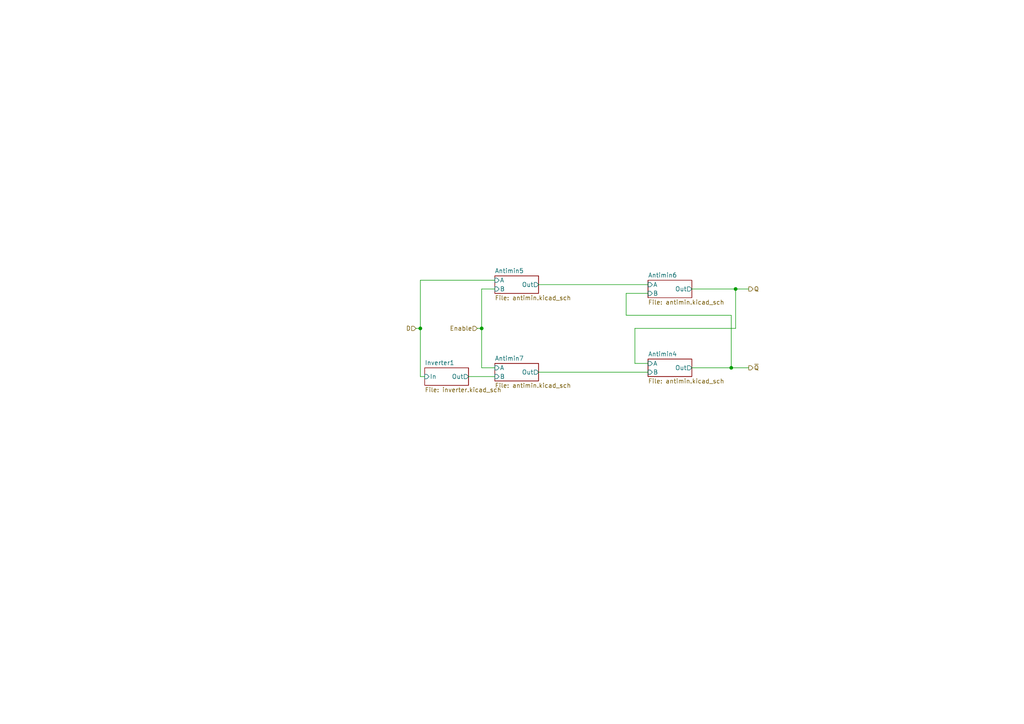
<source format=kicad_sch>
(kicad_sch
	(version 20250114)
	(generator "eeschema")
	(generator_version "9.0")
	(uuid "65867d33-3fd5-477c-b696-4ad68a8b12e2")
	(paper "A4")
	(lib_symbols)
	(junction
		(at 139.7 95.25)
		(diameter 0)
		(color 0 0 0 0)
		(uuid "0b9b11b9-46af-43c2-85d9-d10fa1605d0a")
	)
	(junction
		(at 121.92 95.25)
		(diameter 0)
		(color 0 0 0 0)
		(uuid "66424fa4-36f2-4bc4-8cfb-6fd9460ff3b9")
	)
	(junction
		(at 212.09 106.68)
		(diameter 0)
		(color 0 0 0 0)
		(uuid "8e91e521-d7b0-4f3a-87ea-bc8cde2027db")
	)
	(junction
		(at 213.36 83.82)
		(diameter 0)
		(color 0 0 0 0)
		(uuid "ba60e3c1-89c3-4f17-a322-2f4cd09a913d")
	)
	(wire
		(pts
			(xy 156.21 107.95) (xy 187.96 107.95)
		)
		(stroke
			(width 0)
			(type default)
		)
		(uuid "13de3441-457b-4eea-a638-ce12f57b273e")
	)
	(wire
		(pts
			(xy 213.36 83.82) (xy 217.17 83.82)
		)
		(stroke
			(width 0)
			(type default)
		)
		(uuid "17c6bd42-7993-4dc2-a0fe-246ce1378a41")
	)
	(wire
		(pts
			(xy 135.89 109.22) (xy 143.51 109.22)
		)
		(stroke
			(width 0)
			(type default)
		)
		(uuid "19a8f20b-67d4-4b3e-9576-99b9b9388367")
	)
	(wire
		(pts
			(xy 200.66 83.82) (xy 213.36 83.82)
		)
		(stroke
			(width 0)
			(type default)
		)
		(uuid "29b46e06-eca6-4ce4-9d0e-b2b81d4d4f39")
	)
	(wire
		(pts
			(xy 213.36 95.25) (xy 184.15 95.25)
		)
		(stroke
			(width 0)
			(type default)
		)
		(uuid "2c325412-54ab-442d-ac64-9d92db7c8e09")
	)
	(wire
		(pts
			(xy 121.92 95.25) (xy 121.92 109.22)
		)
		(stroke
			(width 0)
			(type default)
		)
		(uuid "3506fbbf-bc39-4559-9335-be8d503cb21d")
	)
	(wire
		(pts
			(xy 181.61 91.44) (xy 181.61 85.09)
		)
		(stroke
			(width 0)
			(type default)
		)
		(uuid "5ec49e85-d773-47be-a445-582a0bfe5ee2")
	)
	(wire
		(pts
			(xy 213.36 83.82) (xy 213.36 95.25)
		)
		(stroke
			(width 0)
			(type default)
		)
		(uuid "5ed97f52-7b4f-4071-81e3-6df90ccebd6b")
	)
	(wire
		(pts
			(xy 212.09 106.68) (xy 212.09 91.44)
		)
		(stroke
			(width 0)
			(type default)
		)
		(uuid "5fa31677-c273-4b64-81c4-637369bf20f2")
	)
	(wire
		(pts
			(xy 143.51 81.28) (xy 121.92 81.28)
		)
		(stroke
			(width 0)
			(type default)
		)
		(uuid "60db0162-23bf-499a-96e1-4008d37da4c2")
	)
	(wire
		(pts
			(xy 200.66 106.68) (xy 212.09 106.68)
		)
		(stroke
			(width 0)
			(type default)
		)
		(uuid "61314ab4-43d5-46f9-8b73-c819afd44c16")
	)
	(wire
		(pts
			(xy 156.21 82.55) (xy 187.96 82.55)
		)
		(stroke
			(width 0)
			(type default)
		)
		(uuid "671459a1-d7f6-4c13-a735-d643171fc5b1")
	)
	(wire
		(pts
			(xy 120.65 95.25) (xy 121.92 95.25)
		)
		(stroke
			(width 0)
			(type default)
		)
		(uuid "6bf08218-a16d-4add-a469-2b82c78bd168")
	)
	(wire
		(pts
			(xy 212.09 91.44) (xy 181.61 91.44)
		)
		(stroke
			(width 0)
			(type default)
		)
		(uuid "8f4ed261-5e3e-4c27-a839-d8e16fb9573b")
	)
	(wire
		(pts
			(xy 139.7 83.82) (xy 139.7 95.25)
		)
		(stroke
			(width 0)
			(type default)
		)
		(uuid "9c7dc1ab-6fed-4c17-85eb-08d85d798b36")
	)
	(wire
		(pts
			(xy 121.92 81.28) (xy 121.92 95.25)
		)
		(stroke
			(width 0)
			(type default)
		)
		(uuid "a4fe84a9-d5f8-4595-b3bf-8a0a0fa15d06")
	)
	(wire
		(pts
			(xy 184.15 105.41) (xy 187.96 105.41)
		)
		(stroke
			(width 0)
			(type default)
		)
		(uuid "a8be5e6d-1220-4977-9f10-0ccf07873e05")
	)
	(wire
		(pts
			(xy 181.61 85.09) (xy 187.96 85.09)
		)
		(stroke
			(width 0)
			(type default)
		)
		(uuid "ae66b10a-4847-481f-8108-e21fcda040bf")
	)
	(wire
		(pts
			(xy 139.7 106.68) (xy 143.51 106.68)
		)
		(stroke
			(width 0)
			(type default)
		)
		(uuid "b317fb30-069b-4966-98c3-5477edf63ad7")
	)
	(wire
		(pts
			(xy 184.15 95.25) (xy 184.15 105.41)
		)
		(stroke
			(width 0)
			(type default)
		)
		(uuid "ca15122f-134a-41ff-b2c8-a7013bf6290d")
	)
	(wire
		(pts
			(xy 139.7 95.25) (xy 139.7 106.68)
		)
		(stroke
			(width 0)
			(type default)
		)
		(uuid "d6691842-b821-4ab4-acc5-7a894a00b60b")
	)
	(wire
		(pts
			(xy 121.92 109.22) (xy 123.19 109.22)
		)
		(stroke
			(width 0)
			(type default)
		)
		(uuid "e241a1dd-d9f4-4bb6-8239-cb2fa089bfe3")
	)
	(wire
		(pts
			(xy 138.43 95.25) (xy 139.7 95.25)
		)
		(stroke
			(width 0)
			(type default)
		)
		(uuid "e6b8a623-218f-42e9-889e-d2bbe767222b")
	)
	(wire
		(pts
			(xy 212.09 106.68) (xy 217.17 106.68)
		)
		(stroke
			(width 0)
			(type default)
		)
		(uuid "ea158b16-7e37-46ba-819a-1b763cfd4e5c")
	)
	(wire
		(pts
			(xy 143.51 83.82) (xy 139.7 83.82)
		)
		(stroke
			(width 0)
			(type default)
		)
		(uuid "f26e8f2d-6366-4c9b-80f5-feee67f7f946")
	)
	(hierarchical_label "Enable"
		(shape input)
		(at 138.43 95.25 180)
		(effects
			(font
				(size 1.27 1.27)
			)
			(justify right)
		)
		(uuid "a1017203-2ef2-4254-aae3-17e6316453ff")
	)
	(hierarchical_label "Q"
		(shape output)
		(at 217.17 83.82 0)
		(effects
			(font
				(size 1.27 1.27)
			)
			(justify left)
		)
		(uuid "a67f5f51-df30-46f3-a5ba-78090bce0112")
	)
	(hierarchical_label "~{Q}"
		(shape output)
		(at 217.17 106.68 0)
		(effects
			(font
				(size 1.27 1.27)
			)
			(justify left)
		)
		(uuid "dd05b444-233e-47d3-a3ec-8a25ed05df70")
	)
	(hierarchical_label "D"
		(shape input)
		(at 120.65 95.25 180)
		(effects
			(font
				(size 1.27 1.27)
			)
			(justify right)
		)
		(uuid "f596db49-0909-4aba-b771-d8b659912a15")
	)
	(sheet
		(at 187.96 81.28)
		(size 12.7 5.08)
		(exclude_from_sim no)
		(in_bom yes)
		(on_board yes)
		(dnp no)
		(fields_autoplaced yes)
		(stroke
			(width 0.1524)
			(type solid)
		)
		(fill
			(color 0 0 0 0.0000)
		)
		(uuid "138cf404-0560-4aac-ae1b-d66258fb9a0d")
		(property "Sheetname" "Antimin6"
			(at 187.96 80.5684 0)
			(effects
				(font
					(size 1.27 1.27)
				)
				(justify left bottom)
			)
		)
		(property "Sheetfile" "antimin.kicad_sch"
			(at 187.96 86.9446 0)
			(effects
				(font
					(size 1.27 1.27)
				)
				(justify left top)
			)
		)
		(pin "Out" output
			(at 200.66 83.82 0)
			(uuid "eebbd324-fb97-4abe-9c88-25a60e8bf44f")
			(effects
				(font
					(size 1.27 1.27)
				)
				(justify right)
			)
		)
		(pin "A" input
			(at 187.96 82.55 180)
			(uuid "b76af662-4049-4a95-ac16-d1bd7eed6e04")
			(effects
				(font
					(size 1.27 1.27)
				)
				(justify left)
			)
		)
		(pin "B" input
			(at 187.96 85.09 180)
			(uuid "b3f094a6-0e73-41a8-a22c-595b0c73dd4c")
			(effects
				(font
					(size 1.27 1.27)
				)
				(justify left)
			)
		)
		(instances
			(project "ms_d_tri_latch"
				(path "/bd42713a-ed4b-4c20-a2cc-2ac80151d96c/43c8baa3-e2cb-467c-8363-13075c3d4c4f"
					(page "10")
				)
				(path "/bd42713a-ed4b-4c20-a2cc-2ac80151d96c/b4b0351a-430d-4326-a609-5217b53a7be2"
					(page "5")
				)
			)
		)
	)
	(sheet
		(at 143.51 80.01)
		(size 12.7 5.08)
		(exclude_from_sim no)
		(in_bom yes)
		(on_board yes)
		(dnp no)
		(fields_autoplaced yes)
		(stroke
			(width 0.1524)
			(type solid)
		)
		(fill
			(color 0 0 0 0.0000)
		)
		(uuid "2ffdcbc8-fdbc-494b-a6a7-8eb38e7c2d46")
		(property "Sheetname" "Antimin5"
			(at 143.51 79.2984 0)
			(effects
				(font
					(size 1.27 1.27)
				)
				(justify left bottom)
			)
		)
		(property "Sheetfile" "antimin.kicad_sch"
			(at 143.51 85.6746 0)
			(effects
				(font
					(size 1.27 1.27)
				)
				(justify left top)
			)
		)
		(pin "Out" output
			(at 156.21 82.55 0)
			(uuid "5bc5c3ac-948d-4076-a005-87c847bb91b9")
			(effects
				(font
					(size 1.27 1.27)
				)
				(justify right)
			)
		)
		(pin "A" input
			(at 143.51 81.28 180)
			(uuid "38f0f090-460c-421e-b493-a03a7524b09b")
			(effects
				(font
					(size 1.27 1.27)
				)
				(justify left)
			)
		)
		(pin "B" input
			(at 143.51 83.82 180)
			(uuid "0fa63677-8379-4b33-b1d9-ab6e34f1254c")
			(effects
				(font
					(size 1.27 1.27)
				)
				(justify left)
			)
		)
		(instances
			(project "ms_d_tri_latch"
				(path "/bd42713a-ed4b-4c20-a2cc-2ac80151d96c/43c8baa3-e2cb-467c-8363-13075c3d4c4f"
					(page "11")
				)
				(path "/bd42713a-ed4b-4c20-a2cc-2ac80151d96c/b4b0351a-430d-4326-a609-5217b53a7be2"
					(page "6")
				)
			)
		)
	)
	(sheet
		(at 143.51 105.41)
		(size 12.7 5.08)
		(exclude_from_sim no)
		(in_bom yes)
		(on_board yes)
		(dnp no)
		(fields_autoplaced yes)
		(stroke
			(width 0.1524)
			(type solid)
		)
		(fill
			(color 0 0 0 0.0000)
		)
		(uuid "50a19237-cae1-4c53-af8c-a6273c9845bf")
		(property "Sheetname" "Antimin7"
			(at 143.51 104.6984 0)
			(effects
				(font
					(size 1.27 1.27)
				)
				(justify left bottom)
			)
		)
		(property "Sheetfile" "antimin.kicad_sch"
			(at 143.51 111.0746 0)
			(effects
				(font
					(size 1.27 1.27)
				)
				(justify left top)
			)
		)
		(pin "Out" output
			(at 156.21 107.95 0)
			(uuid "9ecdf066-b11b-4adb-9a1a-49abb8c8dd89")
			(effects
				(font
					(size 1.27 1.27)
				)
				(justify right)
			)
		)
		(pin "A" input
			(at 143.51 106.68 180)
			(uuid "154df5eb-9805-4521-9854-aa68b5b703ca")
			(effects
				(font
					(size 1.27 1.27)
				)
				(justify left)
			)
		)
		(pin "B" input
			(at 143.51 109.22 180)
			(uuid "782bdbcf-677a-446c-a079-ece7bbadd3ae")
			(effects
				(font
					(size 1.27 1.27)
				)
				(justify left)
			)
		)
		(instances
			(project "ms_d_tri_latch"
				(path "/bd42713a-ed4b-4c20-a2cc-2ac80151d96c/43c8baa3-e2cb-467c-8363-13075c3d4c4f"
					(page "12")
				)
				(path "/bd42713a-ed4b-4c20-a2cc-2ac80151d96c/b4b0351a-430d-4326-a609-5217b53a7be2"
					(page "13")
				)
			)
		)
	)
	(sheet
		(at 187.96 104.14)
		(size 12.7 5.08)
		(exclude_from_sim no)
		(in_bom yes)
		(on_board yes)
		(dnp no)
		(fields_autoplaced yes)
		(stroke
			(width 0.1524)
			(type solid)
		)
		(fill
			(color 0 0 0 0.0000)
		)
		(uuid "7828c285-567e-4bcc-bc05-cca5f9385491")
		(property "Sheetname" "Antimin4"
			(at 187.96 103.4284 0)
			(effects
				(font
					(size 1.27 1.27)
				)
				(justify left bottom)
			)
		)
		(property "Sheetfile" "antimin.kicad_sch"
			(at 187.96 109.8046 0)
			(effects
				(font
					(size 1.27 1.27)
				)
				(justify left top)
			)
		)
		(pin "Out" output
			(at 200.66 106.68 0)
			(uuid "25bc77f3-127e-4ba5-b723-00ef6cb997f1")
			(effects
				(font
					(size 1.27 1.27)
				)
				(justify right)
			)
		)
		(pin "A" input
			(at 187.96 105.41 180)
			(uuid "b7051d00-5a70-4a23-8fc3-88c30f30f59d")
			(effects
				(font
					(size 1.27 1.27)
				)
				(justify left)
			)
		)
		(pin "B" input
			(at 187.96 107.95 180)
			(uuid "051970ec-fc6c-4e41-ba37-6636b0d87aa9")
			(effects
				(font
					(size 1.27 1.27)
				)
				(justify left)
			)
		)
		(instances
			(project "ms_d_tri_latch"
				(path "/bd42713a-ed4b-4c20-a2cc-2ac80151d96c/43c8baa3-e2cb-467c-8363-13075c3d4c4f"
					(page "9")
				)
				(path "/bd42713a-ed4b-4c20-a2cc-2ac80151d96c/b4b0351a-430d-4326-a609-5217b53a7be2"
					(page "4")
				)
			)
		)
	)
	(sheet
		(at 123.19 106.68)
		(size 12.7 5.08)
		(exclude_from_sim no)
		(in_bom yes)
		(on_board yes)
		(dnp no)
		(fields_autoplaced yes)
		(stroke
			(width 0.1524)
			(type solid)
		)
		(fill
			(color 0 0 0 0.0000)
		)
		(uuid "b12d27ae-1069-4d4a-b7a1-f410c12aabf1")
		(property "Sheetname" "Inverter1"
			(at 123.19 105.9684 0)
			(effects
				(font
					(size 1.27 1.27)
				)
				(justify left bottom)
			)
		)
		(property "Sheetfile" "inverter.kicad_sch"
			(at 123.19 112.3446 0)
			(effects
				(font
					(size 1.27 1.27)
				)
				(justify left top)
			)
		)
		(pin "In" input
			(at 123.19 109.22 180)
			(uuid "663cfef2-f70a-485f-9f24-e1c3af4974b0")
			(effects
				(font
					(size 1.27 1.27)
				)
				(justify left)
			)
		)
		(pin "Out" output
			(at 135.89 109.22 0)
			(uuid "489e96d0-5b12-4821-9663-322b840019a8")
			(effects
				(font
					(size 1.27 1.27)
				)
				(justify right)
			)
		)
		(instances
			(project "ms_d_tri_latch"
				(path "/bd42713a-ed4b-4c20-a2cc-2ac80151d96c/43c8baa3-e2cb-467c-8363-13075c3d4c4f"
					(page "8")
				)
				(path "/bd42713a-ed4b-4c20-a2cc-2ac80151d96c/b4b0351a-430d-4326-a609-5217b53a7be2"
					(page "3")
				)
			)
		)
	)
)

</source>
